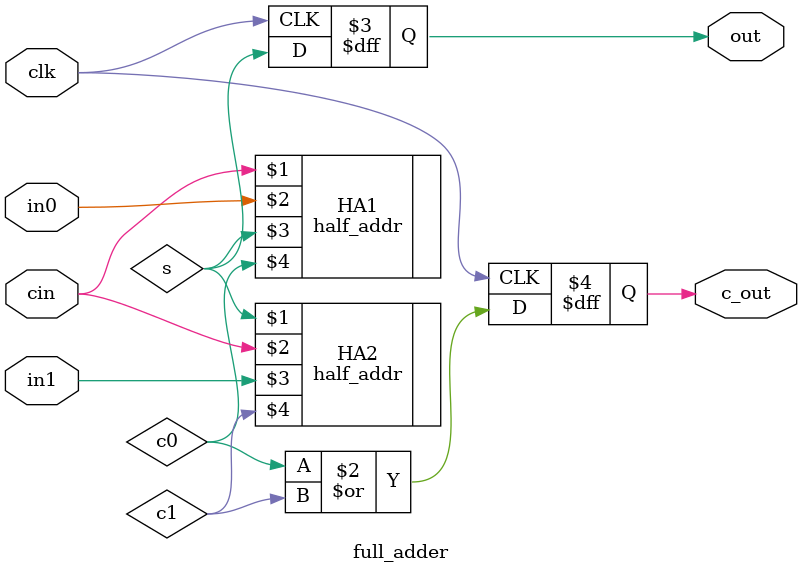
<source format=v>
module full_adder(
    input wire       clk,
    input wire       cin,
    input wire  in0, 
    input wire  in1, 

    output reg out,c_out
);
  wire s, c0, c1;
  half_addr HA1 (cin, in0, s, c0);
  half_addr HA2 (s, cin, in1, c1);
  always @(posedge clk) begin
    out <= s;
    c_out <= c0 | c1;
    end
endmodule
</source>
